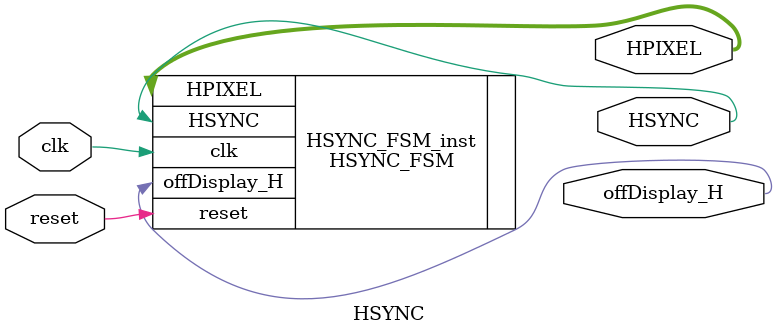
<source format=v>
`timescale 1ns/1ps
module HSYNC(clk, reset, HSYNC, HPIXEL, offDisplay_H);
    input clk, reset;
    output [6:0] HPIXEL; // 0 - 127
    output HSYNC, offDisplay_H;

    HSYNC_FSM HSYNC_FSM_inst(.clk(clk),
                             .reset(reset),
                             .HPIXEL(HPIXEL),
                             .HSYNC(HSYNC),
                             .offDisplay_H(offDisplay_H)
                             );

endmodule
</source>
